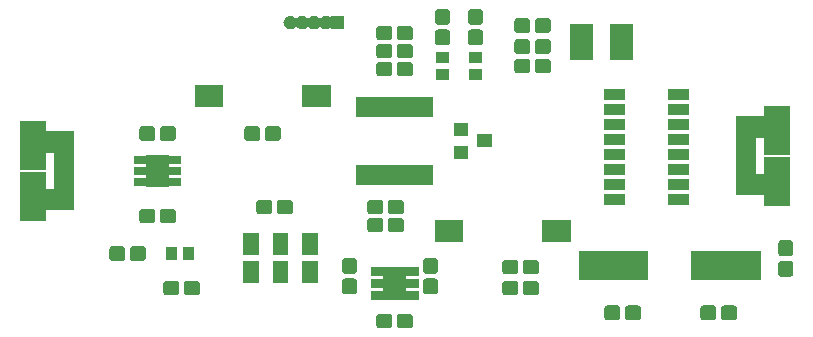
<source format=gts>
G04 #@! TF.GenerationSoftware,KiCad,Pcbnew,(5.0.1)-3*
G04 #@! TF.CreationDate,2019-12-02T19:12:02+05:30*
G04 #@! TF.ProjectId,stm32f070-board,73746D3332663037302D626F6172642E,v1.0*
G04 #@! TF.SameCoordinates,Original*
G04 #@! TF.FileFunction,Soldermask,Top*
G04 #@! TF.FilePolarity,Negative*
%FSLAX46Y46*%
G04 Gerber Fmt 4.6, Leading zero omitted, Abs format (unit mm)*
G04 Created by KiCad (PCBNEW (5.0.1)-3) date 12/02/19 19:12:02*
%MOMM*%
%LPD*%
G01*
G04 APERTURE LIST*
%ADD10C,0.100000*%
G04 APERTURE END LIST*
D10*
G36*
X129971293Y-115646880D02*
X130025337Y-115663274D01*
X130075133Y-115689890D01*
X130118785Y-115725715D01*
X130154610Y-115769367D01*
X130181226Y-115819163D01*
X130197620Y-115873207D01*
X130203400Y-115931892D01*
X130203400Y-116605108D01*
X130197620Y-116663793D01*
X130181226Y-116717837D01*
X130154610Y-116767633D01*
X130118785Y-116811285D01*
X130075133Y-116847110D01*
X130025337Y-116873726D01*
X129971293Y-116890120D01*
X129912608Y-116895900D01*
X129139392Y-116895900D01*
X129080707Y-116890120D01*
X129026663Y-116873726D01*
X128976867Y-116847110D01*
X128933215Y-116811285D01*
X128897390Y-116767633D01*
X128870774Y-116717837D01*
X128854380Y-116663793D01*
X128848600Y-116605108D01*
X128848600Y-115931892D01*
X128854380Y-115873207D01*
X128870774Y-115819163D01*
X128897390Y-115769367D01*
X128933215Y-115725715D01*
X128976867Y-115689890D01*
X129026663Y-115663274D01*
X129080707Y-115646880D01*
X129139392Y-115641100D01*
X129912608Y-115641100D01*
X129971293Y-115646880D01*
X129971293Y-115646880D01*
G37*
G36*
X128221293Y-115646880D02*
X128275337Y-115663274D01*
X128325133Y-115689890D01*
X128368785Y-115725715D01*
X128404610Y-115769367D01*
X128431226Y-115819163D01*
X128447620Y-115873207D01*
X128453400Y-115931892D01*
X128453400Y-116605108D01*
X128447620Y-116663793D01*
X128431226Y-116717837D01*
X128404610Y-116767633D01*
X128368785Y-116811285D01*
X128325133Y-116847110D01*
X128275337Y-116873726D01*
X128221293Y-116890120D01*
X128162608Y-116895900D01*
X127389392Y-116895900D01*
X127330707Y-116890120D01*
X127276663Y-116873726D01*
X127226867Y-116847110D01*
X127183215Y-116811285D01*
X127147390Y-116767633D01*
X127120774Y-116717837D01*
X127104380Y-116663793D01*
X127098600Y-116605108D01*
X127098600Y-115931892D01*
X127104380Y-115873207D01*
X127120774Y-115819163D01*
X127147390Y-115769367D01*
X127183215Y-115725715D01*
X127226867Y-115689890D01*
X127276663Y-115663274D01*
X127330707Y-115646880D01*
X127389392Y-115641100D01*
X128162608Y-115641100D01*
X128221293Y-115646880D01*
X128221293Y-115646880D01*
G37*
G36*
X147539293Y-114948380D02*
X147593337Y-114964774D01*
X147643133Y-114991390D01*
X147686785Y-115027215D01*
X147722610Y-115070867D01*
X147749226Y-115120663D01*
X147765620Y-115174707D01*
X147771400Y-115233392D01*
X147771400Y-115906608D01*
X147765620Y-115965293D01*
X147749226Y-116019337D01*
X147722610Y-116069133D01*
X147686785Y-116112785D01*
X147643133Y-116148610D01*
X147593337Y-116175226D01*
X147539293Y-116191620D01*
X147480608Y-116197400D01*
X146707392Y-116197400D01*
X146648707Y-116191620D01*
X146594663Y-116175226D01*
X146544867Y-116148610D01*
X146501215Y-116112785D01*
X146465390Y-116069133D01*
X146438774Y-116019337D01*
X146422380Y-115965293D01*
X146416600Y-115906608D01*
X146416600Y-115233392D01*
X146422380Y-115174707D01*
X146438774Y-115120663D01*
X146465390Y-115070867D01*
X146501215Y-115027215D01*
X146544867Y-114991390D01*
X146594663Y-114964774D01*
X146648707Y-114948380D01*
X146707392Y-114942600D01*
X147480608Y-114942600D01*
X147539293Y-114948380D01*
X147539293Y-114948380D01*
G37*
G36*
X155653293Y-114948380D02*
X155707337Y-114964774D01*
X155757133Y-114991390D01*
X155800785Y-115027215D01*
X155836610Y-115070867D01*
X155863226Y-115120663D01*
X155879620Y-115174707D01*
X155885400Y-115233392D01*
X155885400Y-115906608D01*
X155879620Y-115965293D01*
X155863226Y-116019337D01*
X155836610Y-116069133D01*
X155800785Y-116112785D01*
X155757133Y-116148610D01*
X155707337Y-116175226D01*
X155653293Y-116191620D01*
X155594608Y-116197400D01*
X154821392Y-116197400D01*
X154762707Y-116191620D01*
X154708663Y-116175226D01*
X154658867Y-116148610D01*
X154615215Y-116112785D01*
X154579390Y-116069133D01*
X154552774Y-116019337D01*
X154536380Y-115965293D01*
X154530600Y-115906608D01*
X154530600Y-115233392D01*
X154536380Y-115174707D01*
X154552774Y-115120663D01*
X154579390Y-115070867D01*
X154615215Y-115027215D01*
X154658867Y-114991390D01*
X154708663Y-114964774D01*
X154762707Y-114948380D01*
X154821392Y-114942600D01*
X155594608Y-114942600D01*
X155653293Y-114948380D01*
X155653293Y-114948380D01*
G37*
G36*
X157403293Y-114948380D02*
X157457337Y-114964774D01*
X157507133Y-114991390D01*
X157550785Y-115027215D01*
X157586610Y-115070867D01*
X157613226Y-115120663D01*
X157629620Y-115174707D01*
X157635400Y-115233392D01*
X157635400Y-115906608D01*
X157629620Y-115965293D01*
X157613226Y-116019337D01*
X157586610Y-116069133D01*
X157550785Y-116112785D01*
X157507133Y-116148610D01*
X157457337Y-116175226D01*
X157403293Y-116191620D01*
X157344608Y-116197400D01*
X156571392Y-116197400D01*
X156512707Y-116191620D01*
X156458663Y-116175226D01*
X156408867Y-116148610D01*
X156365215Y-116112785D01*
X156329390Y-116069133D01*
X156302774Y-116019337D01*
X156286380Y-115965293D01*
X156280600Y-115906608D01*
X156280600Y-115233392D01*
X156286380Y-115174707D01*
X156302774Y-115120663D01*
X156329390Y-115070867D01*
X156365215Y-115027215D01*
X156408867Y-114991390D01*
X156458663Y-114964774D01*
X156512707Y-114948380D01*
X156571392Y-114942600D01*
X157344608Y-114942600D01*
X157403293Y-114948380D01*
X157403293Y-114948380D01*
G37*
G36*
X149289293Y-114948380D02*
X149343337Y-114964774D01*
X149393133Y-114991390D01*
X149436785Y-115027215D01*
X149472610Y-115070867D01*
X149499226Y-115120663D01*
X149515620Y-115174707D01*
X149521400Y-115233392D01*
X149521400Y-115906608D01*
X149515620Y-115965293D01*
X149499226Y-116019337D01*
X149472610Y-116069133D01*
X149436785Y-116112785D01*
X149393133Y-116148610D01*
X149343337Y-116175226D01*
X149289293Y-116191620D01*
X149230608Y-116197400D01*
X148457392Y-116197400D01*
X148398707Y-116191620D01*
X148344663Y-116175226D01*
X148294867Y-116148610D01*
X148251215Y-116112785D01*
X148215390Y-116069133D01*
X148188774Y-116019337D01*
X148172380Y-115965293D01*
X148166600Y-115906608D01*
X148166600Y-115233392D01*
X148172380Y-115174707D01*
X148188774Y-115120663D01*
X148215390Y-115070867D01*
X148251215Y-115027215D01*
X148294867Y-114991390D01*
X148344663Y-114964774D01*
X148398707Y-114948380D01*
X148457392Y-114942600D01*
X149230608Y-114942600D01*
X149289293Y-114948380D01*
X149289293Y-114948380D01*
G37*
G36*
X129611961Y-111693523D02*
X129618279Y-111701221D01*
X129625977Y-111707539D01*
X129634760Y-111712233D01*
X129644289Y-111715124D01*
X129654200Y-111716100D01*
X130678400Y-111716100D01*
X130678400Y-112470900D01*
X129654200Y-112470900D01*
X129644289Y-112471876D01*
X129634760Y-112474767D01*
X129625977Y-112479461D01*
X129618279Y-112485779D01*
X129611961Y-112493477D01*
X129607267Y-112502260D01*
X129604376Y-112511789D01*
X129603400Y-112521700D01*
X129603400Y-112665300D01*
X129604376Y-112675211D01*
X129607267Y-112684740D01*
X129611961Y-112693523D01*
X129618279Y-112701221D01*
X129625977Y-112707539D01*
X129634760Y-112712233D01*
X129644289Y-112715124D01*
X129654200Y-112716100D01*
X130678400Y-112716100D01*
X130678400Y-113470900D01*
X129654200Y-113470900D01*
X129644289Y-113471876D01*
X129634760Y-113474767D01*
X129625977Y-113479461D01*
X129618279Y-113485779D01*
X129611961Y-113493477D01*
X129607267Y-113502260D01*
X129604376Y-113511789D01*
X129603400Y-113521700D01*
X129603400Y-113665300D01*
X129604376Y-113675211D01*
X129607267Y-113684740D01*
X129611961Y-113693523D01*
X129618279Y-113701221D01*
X129625977Y-113707539D01*
X129634760Y-113712233D01*
X129644289Y-113715124D01*
X129654200Y-113716100D01*
X130678400Y-113716100D01*
X130678400Y-114470900D01*
X129654200Y-114470900D01*
X129644289Y-114471876D01*
X129634760Y-114474767D01*
X129625977Y-114479461D01*
X129618279Y-114485779D01*
X129611961Y-114493477D01*
X129610666Y-114495900D01*
X127691334Y-114495900D01*
X127690039Y-114493477D01*
X127683721Y-114485779D01*
X127676023Y-114479461D01*
X127667240Y-114474767D01*
X127657711Y-114471876D01*
X127647800Y-114470900D01*
X126623600Y-114470900D01*
X126623600Y-113716100D01*
X127647800Y-113716100D01*
X127657711Y-113715124D01*
X127667240Y-113712233D01*
X127676023Y-113707539D01*
X127683721Y-113701221D01*
X127690039Y-113693523D01*
X127694733Y-113684740D01*
X127697624Y-113675211D01*
X127698600Y-113665300D01*
X127698600Y-113521700D01*
X127697624Y-113511789D01*
X127694733Y-113502260D01*
X127690039Y-113493477D01*
X127683721Y-113485779D01*
X127676023Y-113479461D01*
X127667240Y-113474767D01*
X127657711Y-113471876D01*
X127647800Y-113470900D01*
X126623600Y-113470900D01*
X126623600Y-112716100D01*
X127647800Y-112716100D01*
X127657711Y-112715124D01*
X127667240Y-112712233D01*
X127676023Y-112707539D01*
X127683721Y-112701221D01*
X127690039Y-112693523D01*
X127694733Y-112684740D01*
X127697624Y-112675211D01*
X127698600Y-112665300D01*
X127698600Y-112521700D01*
X127697624Y-112511789D01*
X127694733Y-112502260D01*
X127690039Y-112493477D01*
X127683721Y-112485779D01*
X127676023Y-112479461D01*
X127667240Y-112474767D01*
X127657711Y-112471876D01*
X127647800Y-112470900D01*
X126623600Y-112470900D01*
X126623600Y-111716100D01*
X127647800Y-111716100D01*
X127657711Y-111715124D01*
X127667240Y-111712233D01*
X127676023Y-111707539D01*
X127683721Y-111701221D01*
X127690039Y-111693523D01*
X127691334Y-111691100D01*
X129610666Y-111691100D01*
X129611961Y-111693523D01*
X129611961Y-111693523D01*
G37*
G36*
X110187293Y-112852880D02*
X110241337Y-112869274D01*
X110291133Y-112895890D01*
X110334785Y-112931715D01*
X110370610Y-112975367D01*
X110397226Y-113025163D01*
X110413620Y-113079207D01*
X110419400Y-113137892D01*
X110419400Y-113811108D01*
X110413620Y-113869793D01*
X110397226Y-113923837D01*
X110370610Y-113973633D01*
X110334785Y-114017285D01*
X110291133Y-114053110D01*
X110241337Y-114079726D01*
X110187293Y-114096120D01*
X110128608Y-114101900D01*
X109355392Y-114101900D01*
X109296707Y-114096120D01*
X109242663Y-114079726D01*
X109192867Y-114053110D01*
X109149215Y-114017285D01*
X109113390Y-113973633D01*
X109086774Y-113923837D01*
X109070380Y-113869793D01*
X109064600Y-113811108D01*
X109064600Y-113137892D01*
X109070380Y-113079207D01*
X109086774Y-113025163D01*
X109113390Y-112975367D01*
X109149215Y-112931715D01*
X109192867Y-112895890D01*
X109242663Y-112869274D01*
X109296707Y-112852880D01*
X109355392Y-112847100D01*
X110128608Y-112847100D01*
X110187293Y-112852880D01*
X110187293Y-112852880D01*
G37*
G36*
X140639293Y-112852880D02*
X140693337Y-112869274D01*
X140743133Y-112895890D01*
X140786785Y-112931715D01*
X140822610Y-112975367D01*
X140849226Y-113025163D01*
X140865620Y-113079207D01*
X140871400Y-113137892D01*
X140871400Y-113811108D01*
X140865620Y-113869793D01*
X140849226Y-113923837D01*
X140822610Y-113973633D01*
X140786785Y-114017285D01*
X140743133Y-114053110D01*
X140693337Y-114079726D01*
X140639293Y-114096120D01*
X140580608Y-114101900D01*
X139807392Y-114101900D01*
X139748707Y-114096120D01*
X139694663Y-114079726D01*
X139644867Y-114053110D01*
X139601215Y-114017285D01*
X139565390Y-113973633D01*
X139538774Y-113923837D01*
X139522380Y-113869793D01*
X139516600Y-113811108D01*
X139516600Y-113137892D01*
X139522380Y-113079207D01*
X139538774Y-113025163D01*
X139565390Y-112975367D01*
X139601215Y-112931715D01*
X139644867Y-112895890D01*
X139694663Y-112869274D01*
X139748707Y-112852880D01*
X139807392Y-112847100D01*
X140580608Y-112847100D01*
X140639293Y-112852880D01*
X140639293Y-112852880D01*
G37*
G36*
X138889293Y-112852880D02*
X138943337Y-112869274D01*
X138993133Y-112895890D01*
X139036785Y-112931715D01*
X139072610Y-112975367D01*
X139099226Y-113025163D01*
X139115620Y-113079207D01*
X139121400Y-113137892D01*
X139121400Y-113811108D01*
X139115620Y-113869793D01*
X139099226Y-113923837D01*
X139072610Y-113973633D01*
X139036785Y-114017285D01*
X138993133Y-114053110D01*
X138943337Y-114079726D01*
X138889293Y-114096120D01*
X138830608Y-114101900D01*
X138057392Y-114101900D01*
X137998707Y-114096120D01*
X137944663Y-114079726D01*
X137894867Y-114053110D01*
X137851215Y-114017285D01*
X137815390Y-113973633D01*
X137788774Y-113923837D01*
X137772380Y-113869793D01*
X137766600Y-113811108D01*
X137766600Y-113137892D01*
X137772380Y-113079207D01*
X137788774Y-113025163D01*
X137815390Y-112975367D01*
X137851215Y-112931715D01*
X137894867Y-112895890D01*
X137944663Y-112869274D01*
X137998707Y-112852880D01*
X138057392Y-112847100D01*
X138830608Y-112847100D01*
X138889293Y-112852880D01*
X138889293Y-112852880D01*
G37*
G36*
X111937293Y-112852880D02*
X111991337Y-112869274D01*
X112041133Y-112895890D01*
X112084785Y-112931715D01*
X112120610Y-112975367D01*
X112147226Y-113025163D01*
X112163620Y-113079207D01*
X112169400Y-113137892D01*
X112169400Y-113811108D01*
X112163620Y-113869793D01*
X112147226Y-113923837D01*
X112120610Y-113973633D01*
X112084785Y-114017285D01*
X112041133Y-114053110D01*
X111991337Y-114079726D01*
X111937293Y-114096120D01*
X111878608Y-114101900D01*
X111105392Y-114101900D01*
X111046707Y-114096120D01*
X110992663Y-114079726D01*
X110942867Y-114053110D01*
X110899215Y-114017285D01*
X110863390Y-113973633D01*
X110836774Y-113923837D01*
X110820380Y-113869793D01*
X110814600Y-113811108D01*
X110814600Y-113137892D01*
X110820380Y-113079207D01*
X110836774Y-113025163D01*
X110863390Y-112975367D01*
X110899215Y-112931715D01*
X110942867Y-112895890D01*
X110992663Y-112869274D01*
X111046707Y-112852880D01*
X111105392Y-112847100D01*
X111878608Y-112847100D01*
X111937293Y-112852880D01*
X111937293Y-112852880D01*
G37*
G36*
X125236293Y-112661880D02*
X125290337Y-112678274D01*
X125340133Y-112704890D01*
X125383785Y-112740715D01*
X125419610Y-112784367D01*
X125446226Y-112834163D01*
X125462620Y-112888207D01*
X125468400Y-112946892D01*
X125468400Y-113720108D01*
X125462620Y-113778793D01*
X125446226Y-113832837D01*
X125419610Y-113882633D01*
X125383785Y-113926285D01*
X125340133Y-113962110D01*
X125290337Y-113988726D01*
X125236293Y-114005120D01*
X125177608Y-114010900D01*
X124504392Y-114010900D01*
X124445707Y-114005120D01*
X124391663Y-113988726D01*
X124341867Y-113962110D01*
X124298215Y-113926285D01*
X124262390Y-113882633D01*
X124235774Y-113832837D01*
X124219380Y-113778793D01*
X124213600Y-113720108D01*
X124213600Y-112946892D01*
X124219380Y-112888207D01*
X124235774Y-112834163D01*
X124262390Y-112784367D01*
X124298215Y-112740715D01*
X124341867Y-112704890D01*
X124391663Y-112678274D01*
X124445707Y-112661880D01*
X124504392Y-112656100D01*
X125177608Y-112656100D01*
X125236293Y-112661880D01*
X125236293Y-112661880D01*
G37*
G36*
X132094293Y-112661880D02*
X132148337Y-112678274D01*
X132198133Y-112704890D01*
X132241785Y-112740715D01*
X132277610Y-112784367D01*
X132304226Y-112834163D01*
X132320620Y-112888207D01*
X132326400Y-112946892D01*
X132326400Y-113720108D01*
X132320620Y-113778793D01*
X132304226Y-113832837D01*
X132277610Y-113882633D01*
X132241785Y-113926285D01*
X132198133Y-113962110D01*
X132148337Y-113988726D01*
X132094293Y-114005120D01*
X132035608Y-114010900D01*
X131362392Y-114010900D01*
X131303707Y-114005120D01*
X131249663Y-113988726D01*
X131199867Y-113962110D01*
X131156215Y-113926285D01*
X131120390Y-113882633D01*
X131093774Y-113832837D01*
X131077380Y-113778793D01*
X131071600Y-113720108D01*
X131071600Y-112946892D01*
X131077380Y-112888207D01*
X131093774Y-112834163D01*
X131120390Y-112784367D01*
X131156215Y-112740715D01*
X131199867Y-112704890D01*
X131249663Y-112678274D01*
X131303707Y-112661880D01*
X131362392Y-112656100D01*
X132035608Y-112656100D01*
X132094293Y-112661880D01*
X132094293Y-112661880D01*
G37*
G36*
X122151400Y-113086900D02*
X120846600Y-113086900D01*
X120846600Y-111182100D01*
X122151400Y-111182100D01*
X122151400Y-113086900D01*
X122151400Y-113086900D01*
G37*
G36*
X119651400Y-113086900D02*
X118346600Y-113086900D01*
X118346600Y-111182100D01*
X119651400Y-111182100D01*
X119651400Y-113086900D01*
X119651400Y-113086900D01*
G37*
G36*
X117151400Y-113086900D02*
X115846600Y-113086900D01*
X115846600Y-111182100D01*
X117151400Y-111182100D01*
X117151400Y-113086900D01*
X117151400Y-113086900D01*
G37*
G36*
X159645200Y-112784600D02*
X153740400Y-112784600D01*
X153740400Y-110379800D01*
X159645200Y-110379800D01*
X159645200Y-112784600D01*
X159645200Y-112784600D01*
G37*
G36*
X150145200Y-112784600D02*
X144240400Y-112784600D01*
X144240400Y-110379800D01*
X150145200Y-110379800D01*
X150145200Y-112784600D01*
X150145200Y-112784600D01*
G37*
G36*
X162167893Y-111175980D02*
X162221937Y-111192374D01*
X162271733Y-111218990D01*
X162315385Y-111254815D01*
X162351210Y-111298467D01*
X162377826Y-111348263D01*
X162394220Y-111402307D01*
X162400000Y-111460992D01*
X162400000Y-112234208D01*
X162394220Y-112292893D01*
X162377826Y-112346937D01*
X162351210Y-112396733D01*
X162315385Y-112440385D01*
X162271733Y-112476210D01*
X162221937Y-112502826D01*
X162167893Y-112519220D01*
X162109208Y-112525000D01*
X161435992Y-112525000D01*
X161377307Y-112519220D01*
X161323263Y-112502826D01*
X161273467Y-112476210D01*
X161229815Y-112440385D01*
X161193990Y-112396733D01*
X161167374Y-112346937D01*
X161150980Y-112292893D01*
X161145200Y-112234208D01*
X161145200Y-111460992D01*
X161150980Y-111402307D01*
X161167374Y-111348263D01*
X161193990Y-111298467D01*
X161229815Y-111254815D01*
X161273467Y-111218990D01*
X161323263Y-111192374D01*
X161377307Y-111175980D01*
X161435992Y-111170200D01*
X162109208Y-111170200D01*
X162167893Y-111175980D01*
X162167893Y-111175980D01*
G37*
G36*
X138889293Y-111074880D02*
X138943337Y-111091274D01*
X138993133Y-111117890D01*
X139036785Y-111153715D01*
X139072610Y-111197367D01*
X139099226Y-111247163D01*
X139115620Y-111301207D01*
X139121400Y-111359892D01*
X139121400Y-112033108D01*
X139115620Y-112091793D01*
X139099226Y-112145837D01*
X139072610Y-112195633D01*
X139036785Y-112239285D01*
X138993133Y-112275110D01*
X138943337Y-112301726D01*
X138889293Y-112318120D01*
X138830608Y-112323900D01*
X138057392Y-112323900D01*
X137998707Y-112318120D01*
X137944663Y-112301726D01*
X137894867Y-112275110D01*
X137851215Y-112239285D01*
X137815390Y-112195633D01*
X137788774Y-112145837D01*
X137772380Y-112091793D01*
X137766600Y-112033108D01*
X137766600Y-111359892D01*
X137772380Y-111301207D01*
X137788774Y-111247163D01*
X137815390Y-111197367D01*
X137851215Y-111153715D01*
X137894867Y-111117890D01*
X137944663Y-111091274D01*
X137998707Y-111074880D01*
X138057392Y-111069100D01*
X138830608Y-111069100D01*
X138889293Y-111074880D01*
X138889293Y-111074880D01*
G37*
G36*
X140639293Y-111074880D02*
X140693337Y-111091274D01*
X140743133Y-111117890D01*
X140786785Y-111153715D01*
X140822610Y-111197367D01*
X140849226Y-111247163D01*
X140865620Y-111301207D01*
X140871400Y-111359892D01*
X140871400Y-112033108D01*
X140865620Y-112091793D01*
X140849226Y-112145837D01*
X140822610Y-112195633D01*
X140786785Y-112239285D01*
X140743133Y-112275110D01*
X140693337Y-112301726D01*
X140639293Y-112318120D01*
X140580608Y-112323900D01*
X139807392Y-112323900D01*
X139748707Y-112318120D01*
X139694663Y-112301726D01*
X139644867Y-112275110D01*
X139601215Y-112239285D01*
X139565390Y-112195633D01*
X139538774Y-112145837D01*
X139522380Y-112091793D01*
X139516600Y-112033108D01*
X139516600Y-111359892D01*
X139522380Y-111301207D01*
X139538774Y-111247163D01*
X139565390Y-111197367D01*
X139601215Y-111153715D01*
X139644867Y-111117890D01*
X139694663Y-111091274D01*
X139748707Y-111074880D01*
X139807392Y-111069100D01*
X140580608Y-111069100D01*
X140639293Y-111074880D01*
X140639293Y-111074880D01*
G37*
G36*
X132094293Y-110911880D02*
X132148337Y-110928274D01*
X132198133Y-110954890D01*
X132241785Y-110990715D01*
X132277610Y-111034367D01*
X132304226Y-111084163D01*
X132320620Y-111138207D01*
X132326400Y-111196892D01*
X132326400Y-111970108D01*
X132320620Y-112028793D01*
X132304226Y-112082837D01*
X132277610Y-112132633D01*
X132241785Y-112176285D01*
X132198133Y-112212110D01*
X132148337Y-112238726D01*
X132094293Y-112255120D01*
X132035608Y-112260900D01*
X131362392Y-112260900D01*
X131303707Y-112255120D01*
X131249663Y-112238726D01*
X131199867Y-112212110D01*
X131156215Y-112176285D01*
X131120390Y-112132633D01*
X131093774Y-112082837D01*
X131077380Y-112028793D01*
X131071600Y-111970108D01*
X131071600Y-111196892D01*
X131077380Y-111138207D01*
X131093774Y-111084163D01*
X131120390Y-111034367D01*
X131156215Y-110990715D01*
X131199867Y-110954890D01*
X131249663Y-110928274D01*
X131303707Y-110911880D01*
X131362392Y-110906100D01*
X132035608Y-110906100D01*
X132094293Y-110911880D01*
X132094293Y-110911880D01*
G37*
G36*
X125236293Y-110911880D02*
X125290337Y-110928274D01*
X125340133Y-110954890D01*
X125383785Y-110990715D01*
X125419610Y-111034367D01*
X125446226Y-111084163D01*
X125462620Y-111138207D01*
X125468400Y-111196892D01*
X125468400Y-111970108D01*
X125462620Y-112028793D01*
X125446226Y-112082837D01*
X125419610Y-112132633D01*
X125383785Y-112176285D01*
X125340133Y-112212110D01*
X125290337Y-112238726D01*
X125236293Y-112255120D01*
X125177608Y-112260900D01*
X124504392Y-112260900D01*
X124445707Y-112255120D01*
X124391663Y-112238726D01*
X124341867Y-112212110D01*
X124298215Y-112176285D01*
X124262390Y-112132633D01*
X124235774Y-112082837D01*
X124219380Y-112028793D01*
X124213600Y-111970108D01*
X124213600Y-111196892D01*
X124219380Y-111138207D01*
X124235774Y-111084163D01*
X124262390Y-111034367D01*
X124298215Y-110990715D01*
X124341867Y-110954890D01*
X124391663Y-110928274D01*
X124445707Y-110911880D01*
X124504392Y-110906100D01*
X125177608Y-110906100D01*
X125236293Y-110911880D01*
X125236293Y-110911880D01*
G37*
G36*
X105615293Y-109931880D02*
X105669337Y-109948274D01*
X105719133Y-109974890D01*
X105762785Y-110010715D01*
X105798610Y-110054367D01*
X105825226Y-110104163D01*
X105841620Y-110158207D01*
X105847400Y-110216892D01*
X105847400Y-110890108D01*
X105841620Y-110948793D01*
X105825226Y-111002837D01*
X105798610Y-111052633D01*
X105762785Y-111096285D01*
X105719133Y-111132110D01*
X105669337Y-111158726D01*
X105615293Y-111175120D01*
X105556608Y-111180900D01*
X104783392Y-111180900D01*
X104724707Y-111175120D01*
X104670663Y-111158726D01*
X104620867Y-111132110D01*
X104577215Y-111096285D01*
X104541390Y-111052633D01*
X104514774Y-111002837D01*
X104498380Y-110948793D01*
X104492600Y-110890108D01*
X104492600Y-110216892D01*
X104498380Y-110158207D01*
X104514774Y-110104163D01*
X104541390Y-110054367D01*
X104577215Y-110010715D01*
X104620867Y-109974890D01*
X104670663Y-109948274D01*
X104724707Y-109931880D01*
X104783392Y-109926100D01*
X105556608Y-109926100D01*
X105615293Y-109931880D01*
X105615293Y-109931880D01*
G37*
G36*
X107365293Y-109931880D02*
X107419337Y-109948274D01*
X107469133Y-109974890D01*
X107512785Y-110010715D01*
X107548610Y-110054367D01*
X107575226Y-110104163D01*
X107591620Y-110158207D01*
X107597400Y-110216892D01*
X107597400Y-110890108D01*
X107591620Y-110948793D01*
X107575226Y-111002837D01*
X107548610Y-111052633D01*
X107512785Y-111096285D01*
X107469133Y-111132110D01*
X107419337Y-111158726D01*
X107365293Y-111175120D01*
X107306608Y-111180900D01*
X106533392Y-111180900D01*
X106474707Y-111175120D01*
X106420663Y-111158726D01*
X106370867Y-111132110D01*
X106327215Y-111096285D01*
X106291390Y-111052633D01*
X106264774Y-111002837D01*
X106248380Y-110948793D01*
X106242600Y-110890108D01*
X106242600Y-110216892D01*
X106248380Y-110158207D01*
X106264774Y-110104163D01*
X106291390Y-110054367D01*
X106327215Y-110010715D01*
X106370867Y-109974890D01*
X106420663Y-109948274D01*
X106474707Y-109931880D01*
X106533392Y-109926100D01*
X107306608Y-109926100D01*
X107365293Y-109931880D01*
X107365293Y-109931880D01*
G37*
G36*
X111667400Y-111105900D02*
X110762600Y-111105900D01*
X110762600Y-110001100D01*
X111667400Y-110001100D01*
X111667400Y-111105900D01*
X111667400Y-111105900D01*
G37*
G36*
X110217400Y-111105900D02*
X109312600Y-111105900D01*
X109312600Y-110001100D01*
X110217400Y-110001100D01*
X110217400Y-111105900D01*
X110217400Y-111105900D01*
G37*
G36*
X162167893Y-109425980D02*
X162221937Y-109442374D01*
X162271733Y-109468990D01*
X162315385Y-109504815D01*
X162351210Y-109548467D01*
X162377826Y-109598263D01*
X162394220Y-109652307D01*
X162400000Y-109710992D01*
X162400000Y-110484208D01*
X162394220Y-110542893D01*
X162377826Y-110596937D01*
X162351210Y-110646733D01*
X162315385Y-110690385D01*
X162271733Y-110726210D01*
X162221937Y-110752826D01*
X162167893Y-110769220D01*
X162109208Y-110775000D01*
X161435992Y-110775000D01*
X161377307Y-110769220D01*
X161323263Y-110752826D01*
X161273467Y-110726210D01*
X161229815Y-110690385D01*
X161193990Y-110646733D01*
X161167374Y-110596937D01*
X161150980Y-110542893D01*
X161145200Y-110484208D01*
X161145200Y-109710992D01*
X161150980Y-109652307D01*
X161167374Y-109598263D01*
X161193990Y-109548467D01*
X161229815Y-109504815D01*
X161273467Y-109468990D01*
X161323263Y-109442374D01*
X161377307Y-109425980D01*
X161435992Y-109420200D01*
X162109208Y-109420200D01*
X162167893Y-109425980D01*
X162167893Y-109425980D01*
G37*
G36*
X122151400Y-110686900D02*
X120846600Y-110686900D01*
X120846600Y-108782100D01*
X122151400Y-108782100D01*
X122151400Y-110686900D01*
X122151400Y-110686900D01*
G37*
G36*
X119651400Y-110686900D02*
X118346600Y-110686900D01*
X118346600Y-108782100D01*
X119651400Y-108782100D01*
X119651400Y-110686900D01*
X119651400Y-110686900D01*
G37*
G36*
X117151400Y-110686900D02*
X115846600Y-110686900D01*
X115846600Y-108782100D01*
X117151400Y-108782100D01*
X117151400Y-110686900D01*
X117151400Y-110686900D01*
G37*
G36*
X143552400Y-109600900D02*
X141137600Y-109600900D01*
X141137600Y-107696100D01*
X143552400Y-107696100D01*
X143552400Y-109600900D01*
X143552400Y-109600900D01*
G37*
G36*
X134452400Y-109600900D02*
X132037600Y-109600900D01*
X132037600Y-107696100D01*
X134452400Y-107696100D01*
X134452400Y-109600900D01*
X134452400Y-109600900D01*
G37*
G36*
X129209293Y-107518880D02*
X129263337Y-107535274D01*
X129313133Y-107561890D01*
X129356785Y-107597715D01*
X129392610Y-107641367D01*
X129419226Y-107691163D01*
X129435620Y-107745207D01*
X129441400Y-107803892D01*
X129441400Y-108477108D01*
X129435620Y-108535793D01*
X129419226Y-108589837D01*
X129392610Y-108639633D01*
X129356785Y-108683285D01*
X129313133Y-108719110D01*
X129263337Y-108745726D01*
X129209293Y-108762120D01*
X129150608Y-108767900D01*
X128377392Y-108767900D01*
X128318707Y-108762120D01*
X128264663Y-108745726D01*
X128214867Y-108719110D01*
X128171215Y-108683285D01*
X128135390Y-108639633D01*
X128108774Y-108589837D01*
X128092380Y-108535793D01*
X128086600Y-108477108D01*
X128086600Y-107803892D01*
X128092380Y-107745207D01*
X128108774Y-107691163D01*
X128135390Y-107641367D01*
X128171215Y-107597715D01*
X128214867Y-107561890D01*
X128264663Y-107535274D01*
X128318707Y-107518880D01*
X128377392Y-107513100D01*
X129150608Y-107513100D01*
X129209293Y-107518880D01*
X129209293Y-107518880D01*
G37*
G36*
X127459293Y-107518880D02*
X127513337Y-107535274D01*
X127563133Y-107561890D01*
X127606785Y-107597715D01*
X127642610Y-107641367D01*
X127669226Y-107691163D01*
X127685620Y-107745207D01*
X127691400Y-107803892D01*
X127691400Y-108477108D01*
X127685620Y-108535793D01*
X127669226Y-108589837D01*
X127642610Y-108639633D01*
X127606785Y-108683285D01*
X127563133Y-108719110D01*
X127513337Y-108745726D01*
X127459293Y-108762120D01*
X127400608Y-108767900D01*
X126627392Y-108767900D01*
X126568707Y-108762120D01*
X126514663Y-108745726D01*
X126464867Y-108719110D01*
X126421215Y-108683285D01*
X126385390Y-108639633D01*
X126358774Y-108589837D01*
X126342380Y-108535793D01*
X126336600Y-108477108D01*
X126336600Y-107803892D01*
X126342380Y-107745207D01*
X126358774Y-107691163D01*
X126385390Y-107641367D01*
X126421215Y-107597715D01*
X126464867Y-107561890D01*
X126514663Y-107535274D01*
X126568707Y-107518880D01*
X126627392Y-107513100D01*
X127400608Y-107513100D01*
X127459293Y-107518880D01*
X127459293Y-107518880D01*
G37*
G36*
X108155293Y-106756880D02*
X108209337Y-106773274D01*
X108259133Y-106799890D01*
X108302785Y-106835715D01*
X108338610Y-106879367D01*
X108365226Y-106929163D01*
X108381620Y-106983207D01*
X108387400Y-107041892D01*
X108387400Y-107715108D01*
X108381620Y-107773793D01*
X108365226Y-107827837D01*
X108338610Y-107877633D01*
X108302785Y-107921285D01*
X108259133Y-107957110D01*
X108209337Y-107983726D01*
X108155293Y-108000120D01*
X108096608Y-108005900D01*
X107323392Y-108005900D01*
X107264707Y-108000120D01*
X107210663Y-107983726D01*
X107160867Y-107957110D01*
X107117215Y-107921285D01*
X107081390Y-107877633D01*
X107054774Y-107827837D01*
X107038380Y-107773793D01*
X107032600Y-107715108D01*
X107032600Y-107041892D01*
X107038380Y-106983207D01*
X107054774Y-106929163D01*
X107081390Y-106879367D01*
X107117215Y-106835715D01*
X107160867Y-106799890D01*
X107210663Y-106773274D01*
X107264707Y-106756880D01*
X107323392Y-106751100D01*
X108096608Y-106751100D01*
X108155293Y-106756880D01*
X108155293Y-106756880D01*
G37*
G36*
X109905293Y-106756880D02*
X109959337Y-106773274D01*
X110009133Y-106799890D01*
X110052785Y-106835715D01*
X110088610Y-106879367D01*
X110115226Y-106929163D01*
X110131620Y-106983207D01*
X110137400Y-107041892D01*
X110137400Y-107715108D01*
X110131620Y-107773793D01*
X110115226Y-107827837D01*
X110088610Y-107877633D01*
X110052785Y-107921285D01*
X110009133Y-107957110D01*
X109959337Y-107983726D01*
X109905293Y-108000120D01*
X109846608Y-108005900D01*
X109073392Y-108005900D01*
X109014707Y-108000120D01*
X108960663Y-107983726D01*
X108910867Y-107957110D01*
X108867215Y-107921285D01*
X108831390Y-107877633D01*
X108804774Y-107827837D01*
X108788380Y-107773793D01*
X108782600Y-107715108D01*
X108782600Y-107041892D01*
X108788380Y-106983207D01*
X108804774Y-106929163D01*
X108831390Y-106879367D01*
X108867215Y-106835715D01*
X108910867Y-106799890D01*
X108960663Y-106773274D01*
X109014707Y-106756880D01*
X109073392Y-106751100D01*
X109846608Y-106751100D01*
X109905293Y-106756880D01*
X109905293Y-106756880D01*
G37*
G36*
X99137400Y-100175300D02*
X99138376Y-100185211D01*
X99141267Y-100194740D01*
X99145961Y-100203523D01*
X99152279Y-100211221D01*
X99159977Y-100217539D01*
X99168760Y-100222233D01*
X99178289Y-100225124D01*
X99188200Y-100226100D01*
X101537400Y-100226100D01*
X101537400Y-106910900D01*
X99188200Y-106910900D01*
X99178289Y-106911876D01*
X99168760Y-106914767D01*
X99159977Y-106919461D01*
X99152279Y-106925779D01*
X99145961Y-106933477D01*
X99141267Y-106942260D01*
X99138376Y-106951789D01*
X99137400Y-106961700D01*
X99137400Y-107820900D01*
X96932600Y-107820900D01*
X96932600Y-103666100D01*
X99137400Y-103666100D01*
X99137400Y-105080300D01*
X99138376Y-105090211D01*
X99141267Y-105099740D01*
X99145961Y-105108523D01*
X99152279Y-105116221D01*
X99159977Y-105122539D01*
X99168760Y-105127233D01*
X99178289Y-105130124D01*
X99188200Y-105131100D01*
X99801800Y-105131100D01*
X99811711Y-105130124D01*
X99821240Y-105127233D01*
X99830023Y-105122539D01*
X99837721Y-105116221D01*
X99844039Y-105108523D01*
X99848733Y-105099740D01*
X99851624Y-105090211D01*
X99852600Y-105080300D01*
X99852600Y-102056700D01*
X99851624Y-102046789D01*
X99848733Y-102037260D01*
X99844039Y-102028477D01*
X99837721Y-102020779D01*
X99830023Y-102014461D01*
X99821240Y-102009767D01*
X99811711Y-102006876D01*
X99801800Y-102005900D01*
X99188200Y-102005900D01*
X99178289Y-102006876D01*
X99168760Y-102009767D01*
X99159977Y-102014461D01*
X99152279Y-102020779D01*
X99145961Y-102028477D01*
X99141267Y-102037260D01*
X99138376Y-102046789D01*
X99137400Y-102056700D01*
X99137400Y-103470900D01*
X96932600Y-103470900D01*
X96932600Y-99316100D01*
X99137400Y-99316100D01*
X99137400Y-100175300D01*
X99137400Y-100175300D01*
G37*
G36*
X129209293Y-105994880D02*
X129263337Y-106011274D01*
X129313133Y-106037890D01*
X129356785Y-106073715D01*
X129392610Y-106117367D01*
X129419226Y-106167163D01*
X129435620Y-106221207D01*
X129441400Y-106279892D01*
X129441400Y-106953108D01*
X129435620Y-107011793D01*
X129419226Y-107065837D01*
X129392610Y-107115633D01*
X129356785Y-107159285D01*
X129313133Y-107195110D01*
X129263337Y-107221726D01*
X129209293Y-107238120D01*
X129150608Y-107243900D01*
X128377392Y-107243900D01*
X128318707Y-107238120D01*
X128264663Y-107221726D01*
X128214867Y-107195110D01*
X128171215Y-107159285D01*
X128135390Y-107115633D01*
X128108774Y-107065837D01*
X128092380Y-107011793D01*
X128086600Y-106953108D01*
X128086600Y-106279892D01*
X128092380Y-106221207D01*
X128108774Y-106167163D01*
X128135390Y-106117367D01*
X128171215Y-106073715D01*
X128214867Y-106037890D01*
X128264663Y-106011274D01*
X128318707Y-105994880D01*
X128377392Y-105989100D01*
X129150608Y-105989100D01*
X129209293Y-105994880D01*
X129209293Y-105994880D01*
G37*
G36*
X127459293Y-105994880D02*
X127513337Y-106011274D01*
X127563133Y-106037890D01*
X127606785Y-106073715D01*
X127642610Y-106117367D01*
X127669226Y-106167163D01*
X127685620Y-106221207D01*
X127691400Y-106279892D01*
X127691400Y-106953108D01*
X127685620Y-107011793D01*
X127669226Y-107065837D01*
X127642610Y-107115633D01*
X127606785Y-107159285D01*
X127563133Y-107195110D01*
X127513337Y-107221726D01*
X127459293Y-107238120D01*
X127400608Y-107243900D01*
X126627392Y-107243900D01*
X126568707Y-107238120D01*
X126514663Y-107221726D01*
X126464867Y-107195110D01*
X126421215Y-107159285D01*
X126385390Y-107115633D01*
X126358774Y-107065837D01*
X126342380Y-107011793D01*
X126336600Y-106953108D01*
X126336600Y-106279892D01*
X126342380Y-106221207D01*
X126358774Y-106167163D01*
X126385390Y-106117367D01*
X126421215Y-106073715D01*
X126464867Y-106037890D01*
X126514663Y-106011274D01*
X126568707Y-105994880D01*
X126627392Y-105989100D01*
X127400608Y-105989100D01*
X127459293Y-105994880D01*
X127459293Y-105994880D01*
G37*
G36*
X119811293Y-105994880D02*
X119865337Y-106011274D01*
X119915133Y-106037890D01*
X119958785Y-106073715D01*
X119994610Y-106117367D01*
X120021226Y-106167163D01*
X120037620Y-106221207D01*
X120043400Y-106279892D01*
X120043400Y-106953108D01*
X120037620Y-107011793D01*
X120021226Y-107065837D01*
X119994610Y-107115633D01*
X119958785Y-107159285D01*
X119915133Y-107195110D01*
X119865337Y-107221726D01*
X119811293Y-107238120D01*
X119752608Y-107243900D01*
X118979392Y-107243900D01*
X118920707Y-107238120D01*
X118866663Y-107221726D01*
X118816867Y-107195110D01*
X118773215Y-107159285D01*
X118737390Y-107115633D01*
X118710774Y-107065837D01*
X118694380Y-107011793D01*
X118688600Y-106953108D01*
X118688600Y-106279892D01*
X118694380Y-106221207D01*
X118710774Y-106167163D01*
X118737390Y-106117367D01*
X118773215Y-106073715D01*
X118816867Y-106037890D01*
X118866663Y-106011274D01*
X118920707Y-105994880D01*
X118979392Y-105989100D01*
X119752608Y-105989100D01*
X119811293Y-105994880D01*
X119811293Y-105994880D01*
G37*
G36*
X118061293Y-105994880D02*
X118115337Y-106011274D01*
X118165133Y-106037890D01*
X118208785Y-106073715D01*
X118244610Y-106117367D01*
X118271226Y-106167163D01*
X118287620Y-106221207D01*
X118293400Y-106279892D01*
X118293400Y-106953108D01*
X118287620Y-107011793D01*
X118271226Y-107065837D01*
X118244610Y-107115633D01*
X118208785Y-107159285D01*
X118165133Y-107195110D01*
X118115337Y-107221726D01*
X118061293Y-107238120D01*
X118002608Y-107243900D01*
X117229392Y-107243900D01*
X117170707Y-107238120D01*
X117116663Y-107221726D01*
X117066867Y-107195110D01*
X117023215Y-107159285D01*
X116987390Y-107115633D01*
X116960774Y-107065837D01*
X116944380Y-107011793D01*
X116938600Y-106953108D01*
X116938600Y-106279892D01*
X116944380Y-106221207D01*
X116960774Y-106167163D01*
X116987390Y-106117367D01*
X117023215Y-106073715D01*
X117066867Y-106037890D01*
X117116663Y-106011274D01*
X117170707Y-105994880D01*
X117229392Y-105989100D01*
X118002608Y-105989100D01*
X118061293Y-105994880D01*
X118061293Y-105994880D01*
G37*
G36*
X162147400Y-102200900D02*
X159942600Y-102200900D01*
X159942600Y-100786700D01*
X159941624Y-100776789D01*
X159938733Y-100767260D01*
X159934039Y-100758477D01*
X159927721Y-100750779D01*
X159920023Y-100744461D01*
X159911240Y-100739767D01*
X159901711Y-100736876D01*
X159891800Y-100735900D01*
X159278200Y-100735900D01*
X159268289Y-100736876D01*
X159258760Y-100739767D01*
X159249977Y-100744461D01*
X159242279Y-100750779D01*
X159235961Y-100758477D01*
X159231267Y-100767260D01*
X159228376Y-100776789D01*
X159227400Y-100786700D01*
X159227400Y-103810300D01*
X159228376Y-103820211D01*
X159231267Y-103829740D01*
X159235961Y-103838523D01*
X159242279Y-103846221D01*
X159249977Y-103852539D01*
X159258760Y-103857233D01*
X159268289Y-103860124D01*
X159278200Y-103861100D01*
X159891800Y-103861100D01*
X159901711Y-103860124D01*
X159911240Y-103857233D01*
X159920023Y-103852539D01*
X159927721Y-103846221D01*
X159934039Y-103838523D01*
X159938733Y-103829740D01*
X159941624Y-103820211D01*
X159942600Y-103810300D01*
X159942600Y-102396100D01*
X162147400Y-102396100D01*
X162147400Y-106550900D01*
X159942600Y-106550900D01*
X159942600Y-105691700D01*
X159941624Y-105681789D01*
X159938733Y-105672260D01*
X159934039Y-105663477D01*
X159927721Y-105655779D01*
X159920023Y-105649461D01*
X159911240Y-105644767D01*
X159901711Y-105641876D01*
X159891800Y-105640900D01*
X157542600Y-105640900D01*
X157542600Y-98956100D01*
X159891800Y-98956100D01*
X159901711Y-98955124D01*
X159911240Y-98952233D01*
X159920023Y-98947539D01*
X159927721Y-98941221D01*
X159934039Y-98933523D01*
X159938733Y-98924740D01*
X159941624Y-98915211D01*
X159942600Y-98905300D01*
X159942600Y-98046100D01*
X162147400Y-98046100D01*
X162147400Y-102200900D01*
X162147400Y-102200900D01*
G37*
G36*
X153589400Y-106433900D02*
X151784600Y-106433900D01*
X151784600Y-105529100D01*
X153589400Y-105529100D01*
X153589400Y-106433900D01*
X153589400Y-106433900D01*
G37*
G36*
X148189400Y-106433900D02*
X146384600Y-106433900D01*
X146384600Y-105529100D01*
X148189400Y-105529100D01*
X148189400Y-106433900D01*
X148189400Y-106433900D01*
G37*
G36*
X148189400Y-105163900D02*
X146384600Y-105163900D01*
X146384600Y-104259100D01*
X148189400Y-104259100D01*
X148189400Y-105163900D01*
X148189400Y-105163900D01*
G37*
G36*
X153589400Y-105163900D02*
X151784600Y-105163900D01*
X151784600Y-104259100D01*
X153589400Y-104259100D01*
X153589400Y-105163900D01*
X153589400Y-105163900D01*
G37*
G36*
X109553767Y-102234740D02*
X109558461Y-102243523D01*
X109564779Y-102251221D01*
X109572477Y-102257539D01*
X109581260Y-102262233D01*
X109590789Y-102265124D01*
X109600700Y-102266100D01*
X110592400Y-102266100D01*
X110592400Y-102970900D01*
X109600700Y-102970900D01*
X109590789Y-102971876D01*
X109581260Y-102974767D01*
X109572477Y-102979461D01*
X109564779Y-102985779D01*
X109558461Y-102993477D01*
X109553767Y-103002260D01*
X109550876Y-103011789D01*
X109549900Y-103021700D01*
X109549900Y-103165300D01*
X109550876Y-103175211D01*
X109553767Y-103184740D01*
X109558461Y-103193523D01*
X109564779Y-103201221D01*
X109572477Y-103207539D01*
X109581260Y-103212233D01*
X109590789Y-103215124D01*
X109600700Y-103216100D01*
X110592400Y-103216100D01*
X110592400Y-103920900D01*
X109600700Y-103920900D01*
X109590789Y-103921876D01*
X109581260Y-103924767D01*
X109572477Y-103929461D01*
X109564779Y-103935779D01*
X109558461Y-103943477D01*
X109553767Y-103952260D01*
X109550876Y-103961789D01*
X109549900Y-103971700D01*
X109549900Y-104115300D01*
X109550876Y-104125211D01*
X109553767Y-104134740D01*
X109558461Y-104143523D01*
X109564779Y-104151221D01*
X109572477Y-104157539D01*
X109581260Y-104162233D01*
X109590789Y-104165124D01*
X109600700Y-104166100D01*
X110592400Y-104166100D01*
X110592400Y-104870900D01*
X109600700Y-104870900D01*
X109590789Y-104871876D01*
X109581260Y-104874767D01*
X109572477Y-104879461D01*
X109564779Y-104885779D01*
X109558461Y-104893477D01*
X109553767Y-104902260D01*
X109553421Y-104903400D01*
X107616579Y-104903400D01*
X107616233Y-104902260D01*
X107611539Y-104893477D01*
X107605221Y-104885779D01*
X107597523Y-104879461D01*
X107588740Y-104874767D01*
X107579211Y-104871876D01*
X107569300Y-104870900D01*
X106577600Y-104870900D01*
X106577600Y-104166100D01*
X107569300Y-104166100D01*
X107579211Y-104165124D01*
X107588740Y-104162233D01*
X107597523Y-104157539D01*
X107605221Y-104151221D01*
X107611539Y-104143523D01*
X107616233Y-104134740D01*
X107619124Y-104125211D01*
X107620100Y-104115300D01*
X107620100Y-103971700D01*
X107619124Y-103961789D01*
X107616233Y-103952260D01*
X107611539Y-103943477D01*
X107605221Y-103935779D01*
X107597523Y-103929461D01*
X107588740Y-103924767D01*
X107579211Y-103921876D01*
X107569300Y-103920900D01*
X106577600Y-103920900D01*
X106577600Y-103216100D01*
X107569300Y-103216100D01*
X107579211Y-103215124D01*
X107588740Y-103212233D01*
X107597523Y-103207539D01*
X107605221Y-103201221D01*
X107611539Y-103193523D01*
X107616233Y-103184740D01*
X107619124Y-103175211D01*
X107620100Y-103165300D01*
X107620100Y-103021700D01*
X107619124Y-103011789D01*
X107616233Y-103002260D01*
X107611539Y-102993477D01*
X107605221Y-102985779D01*
X107597523Y-102979461D01*
X107588740Y-102974767D01*
X107579211Y-102971876D01*
X107569300Y-102970900D01*
X106577600Y-102970900D01*
X106577600Y-102266100D01*
X107569300Y-102266100D01*
X107579211Y-102265124D01*
X107588740Y-102262233D01*
X107597523Y-102257539D01*
X107605221Y-102251221D01*
X107611539Y-102243523D01*
X107616233Y-102234740D01*
X107616579Y-102233600D01*
X109553421Y-102233600D01*
X109553767Y-102234740D01*
X109553767Y-102234740D01*
G37*
G36*
X131928400Y-104730900D02*
X125373600Y-104730900D01*
X125373600Y-103076100D01*
X131928400Y-103076100D01*
X131928400Y-104730900D01*
X131928400Y-104730900D01*
G37*
G36*
X153589400Y-103893900D02*
X151784600Y-103893900D01*
X151784600Y-102989100D01*
X153589400Y-102989100D01*
X153589400Y-103893900D01*
X153589400Y-103893900D01*
G37*
G36*
X148189400Y-103893900D02*
X146384600Y-103893900D01*
X146384600Y-102989100D01*
X148189400Y-102989100D01*
X148189400Y-103893900D01*
X148189400Y-103893900D01*
G37*
G36*
X153589400Y-102623900D02*
X151784600Y-102623900D01*
X151784600Y-101719100D01*
X153589400Y-101719100D01*
X153589400Y-102623900D01*
X153589400Y-102623900D01*
G37*
G36*
X148189400Y-102623900D02*
X146384600Y-102623900D01*
X146384600Y-101719100D01*
X148189400Y-101719100D01*
X148189400Y-102623900D01*
X148189400Y-102623900D01*
G37*
G36*
X134857400Y-102530900D02*
X133652600Y-102530900D01*
X133652600Y-101426100D01*
X134857400Y-101426100D01*
X134857400Y-102530900D01*
X134857400Y-102530900D01*
G37*
G36*
X136857400Y-101580900D02*
X135652600Y-101580900D01*
X135652600Y-100476100D01*
X136857400Y-100476100D01*
X136857400Y-101580900D01*
X136857400Y-101580900D01*
G37*
G36*
X148189400Y-101353900D02*
X146384600Y-101353900D01*
X146384600Y-100449100D01*
X148189400Y-100449100D01*
X148189400Y-101353900D01*
X148189400Y-101353900D01*
G37*
G36*
X153589400Y-101353900D02*
X151784600Y-101353900D01*
X151784600Y-100449100D01*
X153589400Y-100449100D01*
X153589400Y-101353900D01*
X153589400Y-101353900D01*
G37*
G36*
X118795293Y-99771880D02*
X118849337Y-99788274D01*
X118899133Y-99814890D01*
X118942785Y-99850715D01*
X118978610Y-99894367D01*
X119005226Y-99944163D01*
X119021620Y-99998207D01*
X119027400Y-100056892D01*
X119027400Y-100730108D01*
X119021620Y-100788793D01*
X119005226Y-100842837D01*
X118978610Y-100892633D01*
X118942785Y-100936285D01*
X118899133Y-100972110D01*
X118849337Y-100998726D01*
X118795293Y-101015120D01*
X118736608Y-101020900D01*
X117963392Y-101020900D01*
X117904707Y-101015120D01*
X117850663Y-100998726D01*
X117800867Y-100972110D01*
X117757215Y-100936285D01*
X117721390Y-100892633D01*
X117694774Y-100842837D01*
X117678380Y-100788793D01*
X117672600Y-100730108D01*
X117672600Y-100056892D01*
X117678380Y-99998207D01*
X117694774Y-99944163D01*
X117721390Y-99894367D01*
X117757215Y-99850715D01*
X117800867Y-99814890D01*
X117850663Y-99788274D01*
X117904707Y-99771880D01*
X117963392Y-99766100D01*
X118736608Y-99766100D01*
X118795293Y-99771880D01*
X118795293Y-99771880D01*
G37*
G36*
X108155293Y-99771880D02*
X108209337Y-99788274D01*
X108259133Y-99814890D01*
X108302785Y-99850715D01*
X108338610Y-99894367D01*
X108365226Y-99944163D01*
X108381620Y-99998207D01*
X108387400Y-100056892D01*
X108387400Y-100730108D01*
X108381620Y-100788793D01*
X108365226Y-100842837D01*
X108338610Y-100892633D01*
X108302785Y-100936285D01*
X108259133Y-100972110D01*
X108209337Y-100998726D01*
X108155293Y-101015120D01*
X108096608Y-101020900D01*
X107323392Y-101020900D01*
X107264707Y-101015120D01*
X107210663Y-100998726D01*
X107160867Y-100972110D01*
X107117215Y-100936285D01*
X107081390Y-100892633D01*
X107054774Y-100842837D01*
X107038380Y-100788793D01*
X107032600Y-100730108D01*
X107032600Y-100056892D01*
X107038380Y-99998207D01*
X107054774Y-99944163D01*
X107081390Y-99894367D01*
X107117215Y-99850715D01*
X107160867Y-99814890D01*
X107210663Y-99788274D01*
X107264707Y-99771880D01*
X107323392Y-99766100D01*
X108096608Y-99766100D01*
X108155293Y-99771880D01*
X108155293Y-99771880D01*
G37*
G36*
X109905293Y-99771880D02*
X109959337Y-99788274D01*
X110009133Y-99814890D01*
X110052785Y-99850715D01*
X110088610Y-99894367D01*
X110115226Y-99944163D01*
X110131620Y-99998207D01*
X110137400Y-100056892D01*
X110137400Y-100730108D01*
X110131620Y-100788793D01*
X110115226Y-100842837D01*
X110088610Y-100892633D01*
X110052785Y-100936285D01*
X110009133Y-100972110D01*
X109959337Y-100998726D01*
X109905293Y-101015120D01*
X109846608Y-101020900D01*
X109073392Y-101020900D01*
X109014707Y-101015120D01*
X108960663Y-100998726D01*
X108910867Y-100972110D01*
X108867215Y-100936285D01*
X108831390Y-100892633D01*
X108804774Y-100842837D01*
X108788380Y-100788793D01*
X108782600Y-100730108D01*
X108782600Y-100056892D01*
X108788380Y-99998207D01*
X108804774Y-99944163D01*
X108831390Y-99894367D01*
X108867215Y-99850715D01*
X108910867Y-99814890D01*
X108960663Y-99788274D01*
X109014707Y-99771880D01*
X109073392Y-99766100D01*
X109846608Y-99766100D01*
X109905293Y-99771880D01*
X109905293Y-99771880D01*
G37*
G36*
X117045293Y-99771880D02*
X117099337Y-99788274D01*
X117149133Y-99814890D01*
X117192785Y-99850715D01*
X117228610Y-99894367D01*
X117255226Y-99944163D01*
X117271620Y-99998207D01*
X117277400Y-100056892D01*
X117277400Y-100730108D01*
X117271620Y-100788793D01*
X117255226Y-100842837D01*
X117228610Y-100892633D01*
X117192785Y-100936285D01*
X117149133Y-100972110D01*
X117099337Y-100998726D01*
X117045293Y-101015120D01*
X116986608Y-101020900D01*
X116213392Y-101020900D01*
X116154707Y-101015120D01*
X116100663Y-100998726D01*
X116050867Y-100972110D01*
X116007215Y-100936285D01*
X115971390Y-100892633D01*
X115944774Y-100842837D01*
X115928380Y-100788793D01*
X115922600Y-100730108D01*
X115922600Y-100056892D01*
X115928380Y-99998207D01*
X115944774Y-99944163D01*
X115971390Y-99894367D01*
X116007215Y-99850715D01*
X116050867Y-99814890D01*
X116100663Y-99788274D01*
X116154707Y-99771880D01*
X116213392Y-99766100D01*
X116986608Y-99766100D01*
X117045293Y-99771880D01*
X117045293Y-99771880D01*
G37*
G36*
X134857400Y-100630900D02*
X133652600Y-100630900D01*
X133652600Y-99526100D01*
X134857400Y-99526100D01*
X134857400Y-100630900D01*
X134857400Y-100630900D01*
G37*
G36*
X153589400Y-100083900D02*
X151784600Y-100083900D01*
X151784600Y-99179100D01*
X153589400Y-99179100D01*
X153589400Y-100083900D01*
X153589400Y-100083900D01*
G37*
G36*
X148189400Y-100083900D02*
X146384600Y-100083900D01*
X146384600Y-99179100D01*
X148189400Y-99179100D01*
X148189400Y-100083900D01*
X148189400Y-100083900D01*
G37*
G36*
X131928400Y-98980900D02*
X125373600Y-98980900D01*
X125373600Y-97326100D01*
X131928400Y-97326100D01*
X131928400Y-98980900D01*
X131928400Y-98980900D01*
G37*
G36*
X148189400Y-98813900D02*
X146384600Y-98813900D01*
X146384600Y-97909100D01*
X148189400Y-97909100D01*
X148189400Y-98813900D01*
X148189400Y-98813900D01*
G37*
G36*
X153589400Y-98813900D02*
X151784600Y-98813900D01*
X151784600Y-97909100D01*
X153589400Y-97909100D01*
X153589400Y-98813900D01*
X153589400Y-98813900D01*
G37*
G36*
X114132400Y-98170900D02*
X111717600Y-98170900D01*
X111717600Y-96266100D01*
X114132400Y-96266100D01*
X114132400Y-98170900D01*
X114132400Y-98170900D01*
G37*
G36*
X123232400Y-98170900D02*
X120817600Y-98170900D01*
X120817600Y-96266100D01*
X123232400Y-96266100D01*
X123232400Y-98170900D01*
X123232400Y-98170900D01*
G37*
G36*
X148189400Y-97543900D02*
X146384600Y-97543900D01*
X146384600Y-96639100D01*
X148189400Y-96639100D01*
X148189400Y-97543900D01*
X148189400Y-97543900D01*
G37*
G36*
X153589400Y-97543900D02*
X151784600Y-97543900D01*
X151784600Y-96639100D01*
X153589400Y-96639100D01*
X153589400Y-97543900D01*
X153589400Y-97543900D01*
G37*
G36*
X136061400Y-95855900D02*
X134956600Y-95855900D01*
X134956600Y-94951100D01*
X136061400Y-94951100D01*
X136061400Y-95855900D01*
X136061400Y-95855900D01*
G37*
G36*
X133267400Y-95855900D02*
X132162600Y-95855900D01*
X132162600Y-94951100D01*
X133267400Y-94951100D01*
X133267400Y-95855900D01*
X133267400Y-95855900D01*
G37*
G36*
X128221293Y-94310880D02*
X128275337Y-94327274D01*
X128325133Y-94353890D01*
X128368785Y-94389715D01*
X128404610Y-94433367D01*
X128431226Y-94483163D01*
X128447620Y-94537207D01*
X128453400Y-94595892D01*
X128453400Y-95269108D01*
X128447620Y-95327793D01*
X128431226Y-95381837D01*
X128404610Y-95431633D01*
X128368785Y-95475285D01*
X128325133Y-95511110D01*
X128275337Y-95537726D01*
X128221293Y-95554120D01*
X128162608Y-95559900D01*
X127389392Y-95559900D01*
X127330707Y-95554120D01*
X127276663Y-95537726D01*
X127226867Y-95511110D01*
X127183215Y-95475285D01*
X127147390Y-95431633D01*
X127120774Y-95381837D01*
X127104380Y-95327793D01*
X127098600Y-95269108D01*
X127098600Y-94595892D01*
X127104380Y-94537207D01*
X127120774Y-94483163D01*
X127147390Y-94433367D01*
X127183215Y-94389715D01*
X127226867Y-94353890D01*
X127276663Y-94327274D01*
X127330707Y-94310880D01*
X127389392Y-94305100D01*
X128162608Y-94305100D01*
X128221293Y-94310880D01*
X128221293Y-94310880D01*
G37*
G36*
X129971293Y-94310880D02*
X130025337Y-94327274D01*
X130075133Y-94353890D01*
X130118785Y-94389715D01*
X130154610Y-94433367D01*
X130181226Y-94483163D01*
X130197620Y-94537207D01*
X130203400Y-94595892D01*
X130203400Y-95269108D01*
X130197620Y-95327793D01*
X130181226Y-95381837D01*
X130154610Y-95431633D01*
X130118785Y-95475285D01*
X130075133Y-95511110D01*
X130025337Y-95537726D01*
X129971293Y-95554120D01*
X129912608Y-95559900D01*
X129139392Y-95559900D01*
X129080707Y-95554120D01*
X129026663Y-95537726D01*
X128976867Y-95511110D01*
X128933215Y-95475285D01*
X128897390Y-95431633D01*
X128870774Y-95381837D01*
X128854380Y-95327793D01*
X128848600Y-95269108D01*
X128848600Y-94595892D01*
X128854380Y-94537207D01*
X128870774Y-94483163D01*
X128897390Y-94433367D01*
X128933215Y-94389715D01*
X128976867Y-94353890D01*
X129026663Y-94327274D01*
X129080707Y-94310880D01*
X129139392Y-94305100D01*
X129912608Y-94305100D01*
X129971293Y-94310880D01*
X129971293Y-94310880D01*
G37*
G36*
X141655293Y-94056880D02*
X141709337Y-94073274D01*
X141759133Y-94099890D01*
X141802785Y-94135715D01*
X141838610Y-94179367D01*
X141865226Y-94229163D01*
X141881620Y-94283207D01*
X141887400Y-94341892D01*
X141887400Y-95015108D01*
X141881620Y-95073793D01*
X141865226Y-95127837D01*
X141838610Y-95177633D01*
X141802785Y-95221285D01*
X141759133Y-95257110D01*
X141709337Y-95283726D01*
X141655293Y-95300120D01*
X141596608Y-95305900D01*
X140823392Y-95305900D01*
X140764707Y-95300120D01*
X140710663Y-95283726D01*
X140660867Y-95257110D01*
X140617215Y-95221285D01*
X140581390Y-95177633D01*
X140554774Y-95127837D01*
X140538380Y-95073793D01*
X140532600Y-95015108D01*
X140532600Y-94341892D01*
X140538380Y-94283207D01*
X140554774Y-94229163D01*
X140581390Y-94179367D01*
X140617215Y-94135715D01*
X140660867Y-94099890D01*
X140710663Y-94073274D01*
X140764707Y-94056880D01*
X140823392Y-94051100D01*
X141596608Y-94051100D01*
X141655293Y-94056880D01*
X141655293Y-94056880D01*
G37*
G36*
X139905293Y-94056880D02*
X139959337Y-94073274D01*
X140009133Y-94099890D01*
X140052785Y-94135715D01*
X140088610Y-94179367D01*
X140115226Y-94229163D01*
X140131620Y-94283207D01*
X140137400Y-94341892D01*
X140137400Y-95015108D01*
X140131620Y-95073793D01*
X140115226Y-95127837D01*
X140088610Y-95177633D01*
X140052785Y-95221285D01*
X140009133Y-95257110D01*
X139959337Y-95283726D01*
X139905293Y-95300120D01*
X139846608Y-95305900D01*
X139073392Y-95305900D01*
X139014707Y-95300120D01*
X138960663Y-95283726D01*
X138910867Y-95257110D01*
X138867215Y-95221285D01*
X138831390Y-95177633D01*
X138804774Y-95127837D01*
X138788380Y-95073793D01*
X138782600Y-95015108D01*
X138782600Y-94341892D01*
X138788380Y-94283207D01*
X138804774Y-94229163D01*
X138831390Y-94179367D01*
X138867215Y-94135715D01*
X138910867Y-94099890D01*
X138960663Y-94073274D01*
X139014707Y-94056880D01*
X139073392Y-94051100D01*
X139846608Y-94051100D01*
X139905293Y-94056880D01*
X139905293Y-94056880D01*
G37*
G36*
X133267400Y-94405900D02*
X132162600Y-94405900D01*
X132162600Y-93501100D01*
X133267400Y-93501100D01*
X133267400Y-94405900D01*
X133267400Y-94405900D01*
G37*
G36*
X136061400Y-94405900D02*
X134956600Y-94405900D01*
X134956600Y-93501100D01*
X136061400Y-93501100D01*
X136061400Y-94405900D01*
X136061400Y-94405900D01*
G37*
G36*
X145429400Y-94198900D02*
X143524600Y-94198900D01*
X143524600Y-91094100D01*
X145429400Y-91094100D01*
X145429400Y-94198900D01*
X145429400Y-94198900D01*
G37*
G36*
X148829400Y-94198900D02*
X146924600Y-94198900D01*
X146924600Y-91094100D01*
X148829400Y-91094100D01*
X148829400Y-94198900D01*
X148829400Y-94198900D01*
G37*
G36*
X129971293Y-92786880D02*
X130025337Y-92803274D01*
X130075133Y-92829890D01*
X130118785Y-92865715D01*
X130154610Y-92909367D01*
X130181226Y-92959163D01*
X130197620Y-93013207D01*
X130203400Y-93071892D01*
X130203400Y-93745108D01*
X130197620Y-93803793D01*
X130181226Y-93857837D01*
X130154610Y-93907633D01*
X130118785Y-93951285D01*
X130075133Y-93987110D01*
X130025337Y-94013726D01*
X129971293Y-94030120D01*
X129912608Y-94035900D01*
X129139392Y-94035900D01*
X129080707Y-94030120D01*
X129026663Y-94013726D01*
X128976867Y-93987110D01*
X128933215Y-93951285D01*
X128897390Y-93907633D01*
X128870774Y-93857837D01*
X128854380Y-93803793D01*
X128848600Y-93745108D01*
X128848600Y-93071892D01*
X128854380Y-93013207D01*
X128870774Y-92959163D01*
X128897390Y-92909367D01*
X128933215Y-92865715D01*
X128976867Y-92829890D01*
X129026663Y-92803274D01*
X129080707Y-92786880D01*
X129139392Y-92781100D01*
X129912608Y-92781100D01*
X129971293Y-92786880D01*
X129971293Y-92786880D01*
G37*
G36*
X128221293Y-92786880D02*
X128275337Y-92803274D01*
X128325133Y-92829890D01*
X128368785Y-92865715D01*
X128404610Y-92909367D01*
X128431226Y-92959163D01*
X128447620Y-93013207D01*
X128453400Y-93071892D01*
X128453400Y-93745108D01*
X128447620Y-93803793D01*
X128431226Y-93857837D01*
X128404610Y-93907633D01*
X128368785Y-93951285D01*
X128325133Y-93987110D01*
X128275337Y-94013726D01*
X128221293Y-94030120D01*
X128162608Y-94035900D01*
X127389392Y-94035900D01*
X127330707Y-94030120D01*
X127276663Y-94013726D01*
X127226867Y-93987110D01*
X127183215Y-93951285D01*
X127147390Y-93907633D01*
X127120774Y-93857837D01*
X127104380Y-93803793D01*
X127098600Y-93745108D01*
X127098600Y-93071892D01*
X127104380Y-93013207D01*
X127120774Y-92959163D01*
X127147390Y-92909367D01*
X127183215Y-92865715D01*
X127226867Y-92829890D01*
X127276663Y-92803274D01*
X127330707Y-92786880D01*
X127389392Y-92781100D01*
X128162608Y-92781100D01*
X128221293Y-92786880D01*
X128221293Y-92786880D01*
G37*
G36*
X139905293Y-92405880D02*
X139959337Y-92422274D01*
X140009133Y-92448890D01*
X140052785Y-92484715D01*
X140088610Y-92528367D01*
X140115226Y-92578163D01*
X140131620Y-92632207D01*
X140137400Y-92690892D01*
X140137400Y-93364108D01*
X140131620Y-93422793D01*
X140115226Y-93476837D01*
X140088610Y-93526633D01*
X140052785Y-93570285D01*
X140009133Y-93606110D01*
X139959337Y-93632726D01*
X139905293Y-93649120D01*
X139846608Y-93654900D01*
X139073392Y-93654900D01*
X139014707Y-93649120D01*
X138960663Y-93632726D01*
X138910867Y-93606110D01*
X138867215Y-93570285D01*
X138831390Y-93526633D01*
X138804774Y-93476837D01*
X138788380Y-93422793D01*
X138782600Y-93364108D01*
X138782600Y-92690892D01*
X138788380Y-92632207D01*
X138804774Y-92578163D01*
X138831390Y-92528367D01*
X138867215Y-92484715D01*
X138910867Y-92448890D01*
X138960663Y-92422274D01*
X139014707Y-92405880D01*
X139073392Y-92400100D01*
X139846608Y-92400100D01*
X139905293Y-92405880D01*
X139905293Y-92405880D01*
G37*
G36*
X141655293Y-92405880D02*
X141709337Y-92422274D01*
X141759133Y-92448890D01*
X141802785Y-92484715D01*
X141838610Y-92528367D01*
X141865226Y-92578163D01*
X141881620Y-92632207D01*
X141887400Y-92690892D01*
X141887400Y-93364108D01*
X141881620Y-93422793D01*
X141865226Y-93476837D01*
X141838610Y-93526633D01*
X141802785Y-93570285D01*
X141759133Y-93606110D01*
X141709337Y-93632726D01*
X141655293Y-93649120D01*
X141596608Y-93654900D01*
X140823392Y-93654900D01*
X140764707Y-93649120D01*
X140710663Y-93632726D01*
X140660867Y-93606110D01*
X140617215Y-93570285D01*
X140581390Y-93526633D01*
X140554774Y-93476837D01*
X140538380Y-93422793D01*
X140532600Y-93364108D01*
X140532600Y-92690892D01*
X140538380Y-92632207D01*
X140554774Y-92578163D01*
X140581390Y-92528367D01*
X140617215Y-92484715D01*
X140660867Y-92448890D01*
X140710663Y-92422274D01*
X140764707Y-92405880D01*
X140823392Y-92400100D01*
X141596608Y-92400100D01*
X141655293Y-92405880D01*
X141655293Y-92405880D01*
G37*
G36*
X135904293Y-91579880D02*
X135958337Y-91596274D01*
X136008133Y-91622890D01*
X136051785Y-91658715D01*
X136087610Y-91702367D01*
X136114226Y-91752163D01*
X136130620Y-91806207D01*
X136136400Y-91864892D01*
X136136400Y-92638108D01*
X136130620Y-92696793D01*
X136114226Y-92750837D01*
X136087610Y-92800633D01*
X136051785Y-92844285D01*
X136008133Y-92880110D01*
X135958337Y-92906726D01*
X135904293Y-92923120D01*
X135845608Y-92928900D01*
X135172392Y-92928900D01*
X135113707Y-92923120D01*
X135059663Y-92906726D01*
X135009867Y-92880110D01*
X134966215Y-92844285D01*
X134930390Y-92800633D01*
X134903774Y-92750837D01*
X134887380Y-92696793D01*
X134881600Y-92638108D01*
X134881600Y-91864892D01*
X134887380Y-91806207D01*
X134903774Y-91752163D01*
X134930390Y-91702367D01*
X134966215Y-91658715D01*
X135009867Y-91622890D01*
X135059663Y-91596274D01*
X135113707Y-91579880D01*
X135172392Y-91574100D01*
X135845608Y-91574100D01*
X135904293Y-91579880D01*
X135904293Y-91579880D01*
G37*
G36*
X133110293Y-91579880D02*
X133164337Y-91596274D01*
X133214133Y-91622890D01*
X133257785Y-91658715D01*
X133293610Y-91702367D01*
X133320226Y-91752163D01*
X133336620Y-91806207D01*
X133342400Y-91864892D01*
X133342400Y-92638108D01*
X133336620Y-92696793D01*
X133320226Y-92750837D01*
X133293610Y-92800633D01*
X133257785Y-92844285D01*
X133214133Y-92880110D01*
X133164337Y-92906726D01*
X133110293Y-92923120D01*
X133051608Y-92928900D01*
X132378392Y-92928900D01*
X132319707Y-92923120D01*
X132265663Y-92906726D01*
X132215867Y-92880110D01*
X132172215Y-92844285D01*
X132136390Y-92800633D01*
X132109774Y-92750837D01*
X132093380Y-92696793D01*
X132087600Y-92638108D01*
X132087600Y-91864892D01*
X132093380Y-91806207D01*
X132109774Y-91752163D01*
X132136390Y-91702367D01*
X132172215Y-91658715D01*
X132215867Y-91622890D01*
X132265663Y-91596274D01*
X132319707Y-91579880D01*
X132378392Y-91574100D01*
X133051608Y-91574100D01*
X133110293Y-91579880D01*
X133110293Y-91579880D01*
G37*
G36*
X129971293Y-91262880D02*
X130025337Y-91279274D01*
X130075133Y-91305890D01*
X130118785Y-91341715D01*
X130154610Y-91385367D01*
X130181226Y-91435163D01*
X130197620Y-91489207D01*
X130203400Y-91547892D01*
X130203400Y-92221108D01*
X130197620Y-92279793D01*
X130181226Y-92333837D01*
X130154610Y-92383633D01*
X130118785Y-92427285D01*
X130075133Y-92463110D01*
X130025337Y-92489726D01*
X129971293Y-92506120D01*
X129912608Y-92511900D01*
X129139392Y-92511900D01*
X129080707Y-92506120D01*
X129026663Y-92489726D01*
X128976867Y-92463110D01*
X128933215Y-92427285D01*
X128897390Y-92383633D01*
X128870774Y-92333837D01*
X128854380Y-92279793D01*
X128848600Y-92221108D01*
X128848600Y-91547892D01*
X128854380Y-91489207D01*
X128870774Y-91435163D01*
X128897390Y-91385367D01*
X128933215Y-91341715D01*
X128976867Y-91305890D01*
X129026663Y-91279274D01*
X129080707Y-91262880D01*
X129139392Y-91257100D01*
X129912608Y-91257100D01*
X129971293Y-91262880D01*
X129971293Y-91262880D01*
G37*
G36*
X128221293Y-91262880D02*
X128275337Y-91279274D01*
X128325133Y-91305890D01*
X128368785Y-91341715D01*
X128404610Y-91385367D01*
X128431226Y-91435163D01*
X128447620Y-91489207D01*
X128453400Y-91547892D01*
X128453400Y-92221108D01*
X128447620Y-92279793D01*
X128431226Y-92333837D01*
X128404610Y-92383633D01*
X128368785Y-92427285D01*
X128325133Y-92463110D01*
X128275337Y-92489726D01*
X128221293Y-92506120D01*
X128162608Y-92511900D01*
X127389392Y-92511900D01*
X127330707Y-92506120D01*
X127276663Y-92489726D01*
X127226867Y-92463110D01*
X127183215Y-92427285D01*
X127147390Y-92383633D01*
X127120774Y-92333837D01*
X127104380Y-92279793D01*
X127098600Y-92221108D01*
X127098600Y-91547892D01*
X127104380Y-91489207D01*
X127120774Y-91435163D01*
X127147390Y-91385367D01*
X127183215Y-91341715D01*
X127226867Y-91305890D01*
X127276663Y-91279274D01*
X127330707Y-91262880D01*
X127389392Y-91257100D01*
X128162608Y-91257100D01*
X128221293Y-91262880D01*
X128221293Y-91262880D01*
G37*
G36*
X139905293Y-90627880D02*
X139959337Y-90644274D01*
X140009133Y-90670890D01*
X140052785Y-90706715D01*
X140088610Y-90750367D01*
X140115226Y-90800163D01*
X140131620Y-90854207D01*
X140137400Y-90912892D01*
X140137400Y-91586108D01*
X140131620Y-91644793D01*
X140115226Y-91698837D01*
X140088610Y-91748633D01*
X140052785Y-91792285D01*
X140009133Y-91828110D01*
X139959337Y-91854726D01*
X139905293Y-91871120D01*
X139846608Y-91876900D01*
X139073392Y-91876900D01*
X139014707Y-91871120D01*
X138960663Y-91854726D01*
X138910867Y-91828110D01*
X138867215Y-91792285D01*
X138831390Y-91748633D01*
X138804774Y-91698837D01*
X138788380Y-91644793D01*
X138782600Y-91586108D01*
X138782600Y-90912892D01*
X138788380Y-90854207D01*
X138804774Y-90800163D01*
X138831390Y-90750367D01*
X138867215Y-90706715D01*
X138910867Y-90670890D01*
X138960663Y-90644274D01*
X139014707Y-90627880D01*
X139073392Y-90622100D01*
X139846608Y-90622100D01*
X139905293Y-90627880D01*
X139905293Y-90627880D01*
G37*
G36*
X141655293Y-90627880D02*
X141709337Y-90644274D01*
X141759133Y-90670890D01*
X141802785Y-90706715D01*
X141838610Y-90750367D01*
X141865226Y-90800163D01*
X141881620Y-90854207D01*
X141887400Y-90912892D01*
X141887400Y-91586108D01*
X141881620Y-91644793D01*
X141865226Y-91698837D01*
X141838610Y-91748633D01*
X141802785Y-91792285D01*
X141759133Y-91828110D01*
X141709337Y-91854726D01*
X141655293Y-91871120D01*
X141596608Y-91876900D01*
X140823392Y-91876900D01*
X140764707Y-91871120D01*
X140710663Y-91854726D01*
X140660867Y-91828110D01*
X140617215Y-91792285D01*
X140581390Y-91748633D01*
X140554774Y-91698837D01*
X140538380Y-91644793D01*
X140532600Y-91586108D01*
X140532600Y-90912892D01*
X140538380Y-90854207D01*
X140554774Y-90800163D01*
X140581390Y-90750367D01*
X140617215Y-90706715D01*
X140660867Y-90670890D01*
X140710663Y-90644274D01*
X140764707Y-90627880D01*
X140823392Y-90622100D01*
X141596608Y-90622100D01*
X141655293Y-90627880D01*
X141655293Y-90627880D01*
G37*
G36*
X119938187Y-90426454D02*
X120047030Y-90459471D01*
X120147340Y-90513088D01*
X120235258Y-90585242D01*
X120285731Y-90646742D01*
X120292773Y-90653784D01*
X120301053Y-90659317D01*
X120310254Y-90663128D01*
X120320021Y-90665070D01*
X120329980Y-90665070D01*
X120339747Y-90663127D01*
X120348947Y-90659316D01*
X120357227Y-90653784D01*
X120364269Y-90646742D01*
X120414742Y-90585242D01*
X120502660Y-90513088D01*
X120602970Y-90459471D01*
X120711813Y-90426454D01*
X120796635Y-90418100D01*
X120853365Y-90418100D01*
X120938187Y-90426454D01*
X121047030Y-90459471D01*
X121147340Y-90513088D01*
X121235258Y-90585242D01*
X121285731Y-90646742D01*
X121292773Y-90653784D01*
X121301053Y-90659317D01*
X121310254Y-90663128D01*
X121320021Y-90665070D01*
X121329980Y-90665070D01*
X121339747Y-90663127D01*
X121348947Y-90659316D01*
X121357227Y-90653784D01*
X121364269Y-90646742D01*
X121414742Y-90585242D01*
X121502660Y-90513088D01*
X121602970Y-90459471D01*
X121711813Y-90426454D01*
X121796635Y-90418100D01*
X121853365Y-90418100D01*
X121938187Y-90426454D01*
X122047030Y-90459471D01*
X122147340Y-90513088D01*
X122235258Y-90585242D01*
X122285731Y-90646742D01*
X122292773Y-90653784D01*
X122301053Y-90659317D01*
X122310254Y-90663128D01*
X122320021Y-90665070D01*
X122329980Y-90665070D01*
X122339747Y-90663127D01*
X122348947Y-90659316D01*
X122357227Y-90653784D01*
X122364269Y-90646742D01*
X122414742Y-90585242D01*
X122502660Y-90513088D01*
X122602970Y-90459471D01*
X122711813Y-90426454D01*
X122796635Y-90418100D01*
X122853365Y-90418100D01*
X122938187Y-90426454D01*
X123047030Y-90459471D01*
X123147340Y-90513088D01*
X123164573Y-90527231D01*
X123172853Y-90532764D01*
X123182053Y-90536575D01*
X123191821Y-90538517D01*
X123201779Y-90538517D01*
X123211546Y-90536575D01*
X123220747Y-90532764D01*
X123229027Y-90527231D01*
X123236069Y-90520189D01*
X123241602Y-90511909D01*
X123245413Y-90502709D01*
X123247355Y-90492941D01*
X123247600Y-90487962D01*
X123247600Y-90418100D01*
X124402400Y-90418100D01*
X124402400Y-91572900D01*
X123247600Y-91572900D01*
X123247600Y-91503038D01*
X123246624Y-91493127D01*
X123243733Y-91483598D01*
X123239039Y-91474815D01*
X123232721Y-91467117D01*
X123225023Y-91460799D01*
X123216240Y-91456105D01*
X123206711Y-91453214D01*
X123196800Y-91452238D01*
X123186889Y-91453214D01*
X123177360Y-91456105D01*
X123168577Y-91460799D01*
X123164573Y-91463769D01*
X123147340Y-91477912D01*
X123047030Y-91531529D01*
X122938187Y-91564546D01*
X122853365Y-91572900D01*
X122796635Y-91572900D01*
X122711813Y-91564546D01*
X122602970Y-91531529D01*
X122502660Y-91477912D01*
X122414742Y-91405758D01*
X122364269Y-91344258D01*
X122357227Y-91337216D01*
X122348947Y-91331683D01*
X122339746Y-91327872D01*
X122329979Y-91325930D01*
X122320020Y-91325930D01*
X122310253Y-91327873D01*
X122301053Y-91331684D01*
X122292773Y-91337216D01*
X122285731Y-91344258D01*
X122235258Y-91405758D01*
X122147340Y-91477912D01*
X122047030Y-91531529D01*
X121938187Y-91564546D01*
X121853365Y-91572900D01*
X121796635Y-91572900D01*
X121711813Y-91564546D01*
X121602970Y-91531529D01*
X121502660Y-91477912D01*
X121414742Y-91405758D01*
X121364269Y-91344258D01*
X121357227Y-91337216D01*
X121348947Y-91331683D01*
X121339746Y-91327872D01*
X121329979Y-91325930D01*
X121320020Y-91325930D01*
X121310253Y-91327873D01*
X121301053Y-91331684D01*
X121292773Y-91337216D01*
X121285731Y-91344258D01*
X121235258Y-91405758D01*
X121147340Y-91477912D01*
X121047030Y-91531529D01*
X120938187Y-91564546D01*
X120853365Y-91572900D01*
X120796635Y-91572900D01*
X120711813Y-91564546D01*
X120602970Y-91531529D01*
X120502660Y-91477912D01*
X120414742Y-91405758D01*
X120364269Y-91344258D01*
X120357227Y-91337216D01*
X120348947Y-91331683D01*
X120339746Y-91327872D01*
X120329979Y-91325930D01*
X120320020Y-91325930D01*
X120310253Y-91327873D01*
X120301053Y-91331684D01*
X120292773Y-91337216D01*
X120285731Y-91344258D01*
X120235258Y-91405758D01*
X120147340Y-91477912D01*
X120047030Y-91531529D01*
X119938187Y-91564546D01*
X119853365Y-91572900D01*
X119796635Y-91572900D01*
X119711813Y-91564546D01*
X119602970Y-91531529D01*
X119502660Y-91477912D01*
X119414742Y-91405758D01*
X119342588Y-91317840D01*
X119288971Y-91217530D01*
X119255954Y-91108687D01*
X119244806Y-90995500D01*
X119255954Y-90882313D01*
X119288971Y-90773470D01*
X119342588Y-90673160D01*
X119414742Y-90585242D01*
X119502660Y-90513088D01*
X119602970Y-90459471D01*
X119711813Y-90426454D01*
X119796635Y-90418100D01*
X119853365Y-90418100D01*
X119938187Y-90426454D01*
X119938187Y-90426454D01*
G37*
G36*
X135904293Y-89829880D02*
X135958337Y-89846274D01*
X136008133Y-89872890D01*
X136051785Y-89908715D01*
X136087610Y-89952367D01*
X136114226Y-90002163D01*
X136130620Y-90056207D01*
X136136400Y-90114892D01*
X136136400Y-90888108D01*
X136130620Y-90946793D01*
X136114226Y-91000837D01*
X136087610Y-91050633D01*
X136051785Y-91094285D01*
X136008133Y-91130110D01*
X135958337Y-91156726D01*
X135904293Y-91173120D01*
X135845608Y-91178900D01*
X135172392Y-91178900D01*
X135113707Y-91173120D01*
X135059663Y-91156726D01*
X135009867Y-91130110D01*
X134966215Y-91094285D01*
X134930390Y-91050633D01*
X134903774Y-91000837D01*
X134887380Y-90946793D01*
X134881600Y-90888108D01*
X134881600Y-90114892D01*
X134887380Y-90056207D01*
X134903774Y-90002163D01*
X134930390Y-89952367D01*
X134966215Y-89908715D01*
X135009867Y-89872890D01*
X135059663Y-89846274D01*
X135113707Y-89829880D01*
X135172392Y-89824100D01*
X135845608Y-89824100D01*
X135904293Y-89829880D01*
X135904293Y-89829880D01*
G37*
G36*
X133110293Y-89829880D02*
X133164337Y-89846274D01*
X133214133Y-89872890D01*
X133257785Y-89908715D01*
X133293610Y-89952367D01*
X133320226Y-90002163D01*
X133336620Y-90056207D01*
X133342400Y-90114892D01*
X133342400Y-90888108D01*
X133336620Y-90946793D01*
X133320226Y-91000837D01*
X133293610Y-91050633D01*
X133257785Y-91094285D01*
X133214133Y-91130110D01*
X133164337Y-91156726D01*
X133110293Y-91173120D01*
X133051608Y-91178900D01*
X132378392Y-91178900D01*
X132319707Y-91173120D01*
X132265663Y-91156726D01*
X132215867Y-91130110D01*
X132172215Y-91094285D01*
X132136390Y-91050633D01*
X132109774Y-91000837D01*
X132093380Y-90946793D01*
X132087600Y-90888108D01*
X132087600Y-90114892D01*
X132093380Y-90056207D01*
X132109774Y-90002163D01*
X132136390Y-89952367D01*
X132172215Y-89908715D01*
X132215867Y-89872890D01*
X132265663Y-89846274D01*
X132319707Y-89829880D01*
X132378392Y-89824100D01*
X133051608Y-89824100D01*
X133110293Y-89829880D01*
X133110293Y-89829880D01*
G37*
M02*

</source>
